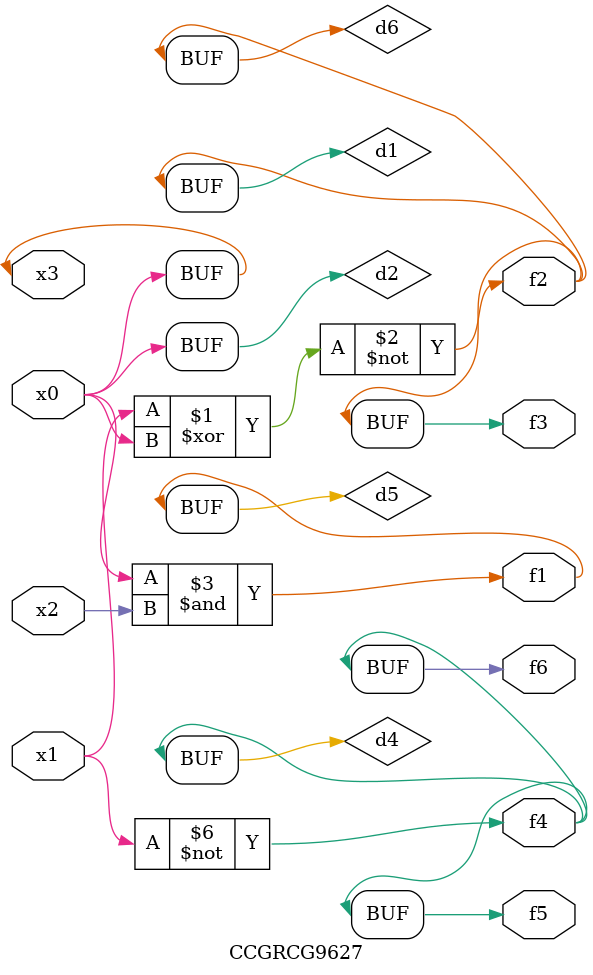
<source format=v>
module CCGRCG9627(
	input x0, x1, x2, x3,
	output f1, f2, f3, f4, f5, f6
);

	wire d1, d2, d3, d4, d5, d6;

	xnor (d1, x1, x3);
	buf (d2, x0, x3);
	nand (d3, x0, x2);
	not (d4, x1);
	nand (d5, d3);
	or (d6, d1);
	assign f1 = d5;
	assign f2 = d6;
	assign f3 = d6;
	assign f4 = d4;
	assign f5 = d4;
	assign f6 = d4;
endmodule

</source>
